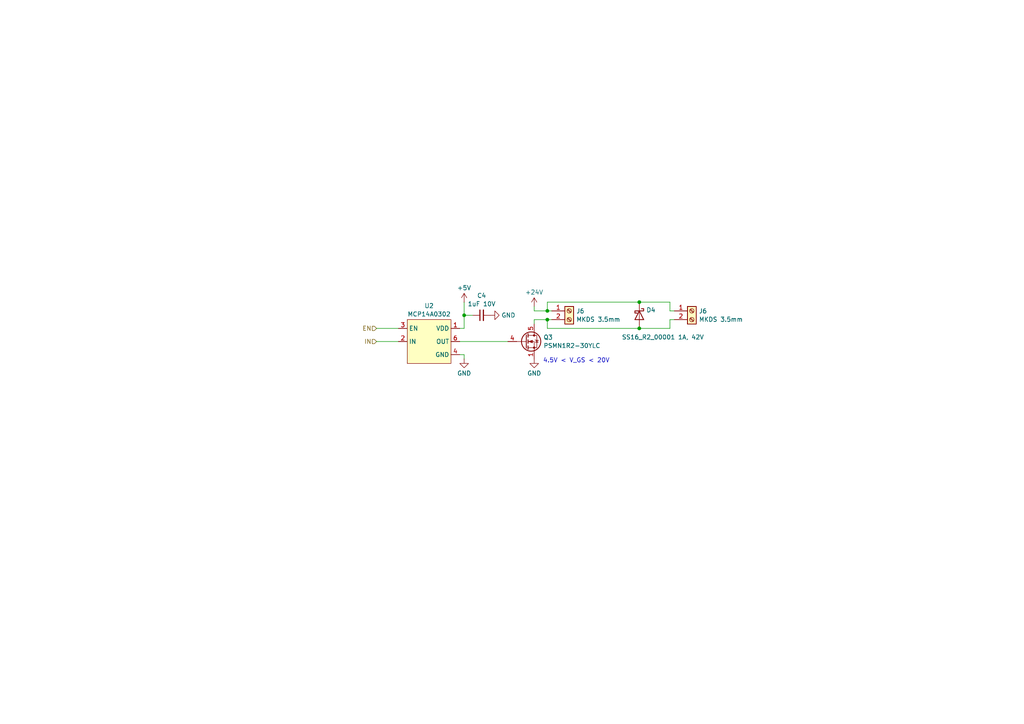
<source format=kicad_sch>
(kicad_sch (version 20231120) (generator "eeschema") (generator_version "8.0")
  (paper "A4")
  (lib_symbols
    (symbol "Connector:Screw_Terminal_01x02" (pin_names (offset 1.016) hide)
      (property "Reference" "J" (at 0 2.54 0))
      (property "Value" "Screw_Terminal_01x02" (at 0 -5.08 0))
      (symbol "Screw_Terminal_01x02_1_1"
        (rectangle (start -1.27 1.27) (end 1.27 -3.81) (stroke (width 0.254)) (fill (type background)))
        (circle (center 0 -2.54) (radius 0.635) (stroke (width 0.1524)))
        (polyline (pts (xy -0.5334 -2.2098) (xy 0.3302 -3.048)) (stroke (width 0.1524)))
        (polyline (pts (xy -0.5334 0.3302) (xy 0.3302 -0.508)) (stroke (width 0.1524)))
        (polyline (pts (xy -0.3556 -2.032) (xy 0.508 -2.8702)) (stroke (width 0.1524)))
        (polyline (pts (xy -0.3556 0.508) (xy 0.508 -0.3302)) (stroke (width 0.1524)))
        (circle (center 0 0) (radius 0.635) (stroke (width 0.1524)))
        (pin passive line (at -5.08 0 0) (length 3.81) (name "Pin_1") (number "1"))
        (pin passive line (at -5.08 -2.54 0) (length 3.81) (name "Pin_2") (number "2"))
      )
    )
    (symbol "Device:C_Small" (pin_numbers hide) (pin_names (offset 0.254) hide)
      (property "Reference" "C" (at 0.254 1.778 0))
      (property "Value" "C_Small" (at 0.254 -2.032 0))
      (symbol "C_Small_0_1"
        (polyline (pts (xy -1.524 -0.508) (xy 1.524 -0.508)) (stroke (width 0.3302)))
        (polyline (pts (xy -1.524 0.508) (xy 1.524 0.508)) (stroke (width 0.3048)))
      )
      (symbol "C_Small_1_1"
        (pin passive line (at 0 2.54 270) (length 2.032) (name "~") (number "1"))
        (pin passive line (at 0 -2.54 90) (length 2.032) (name "~") (number "2"))
      )
    )
    (symbol "Device:D_Schottky" (pin_numbers hide) (pin_names (offset 1.016) hide)
      (property "Reference" "D" (at 0 2.54 0))
      (property "Value" "D_Schottky" (at 0 -2.54 0))
      (symbol "D_Schottky_0_1"
        (polyline (pts (xy 1.27 0) (xy -1.27 0)))
        (polyline (pts (xy 1.27 1.27) (xy 1.27 -1.27) (xy -1.27 0) (xy 1.27 1.27)) (stroke (width 0.254)))
        (polyline (pts (xy -1.905 0.635) (xy -1.905 1.27) (xy -1.27 1.27) (xy -1.27 -1.27) (xy -0.635 -1.27) (xy -0.635 -0.635)) (stroke (width 0.254)))
      )
      (symbol "D_Schottky_1_1"
        (pin passive line (at -3.81 0 0) (length 2.54) (name "K") (number "1"))
        (pin passive line (at 3.81 0 180) (length 2.54) (name "A") (number "2"))
      )
    )
    (symbol "Transistor_FET:PSMN5R2-60YL" (pin_names hide)
      (property "Reference" "Q" (at 5.715 1.905 0))
      (property "Value" "PSMN5R2-60YL" (at 12.7 0 0))
      (symbol "PSMN5R2-60YL_0_1"
        (polyline (pts (xy 0.254 0) (xy -2.54 0)))
        (polyline (pts (xy 0.254 1.905) (xy 0.254 -1.905)) (stroke (width 0.254)))
        (polyline (pts (xy 0.762 -1.27) (xy 0.762 -2.286)) (stroke (width 0.254)))
        (polyline (pts (xy 0.762 0.508) (xy 0.762 -0.508)) (stroke (width 0.254)))
        (polyline (pts (xy 0.762 2.286) (xy 0.762 1.27)) (stroke (width 0.254)))
        (polyline (pts (xy 2.54 2.54) (xy 2.54 1.778)))
        (polyline (pts (xy 2.54 -2.54) (xy 2.54 0) (xy 0.762 0)))
        (polyline (pts (xy 0.762 -1.778) (xy 3.302 -1.778) (xy 3.302 1.778) (xy 0.762 1.778)))
        (polyline (pts (xy 1.016 0) (xy 2.032 0.381) (xy 2.032 -0.381) (xy 1.016 0)) (fill (type outline)))
        (polyline (pts (xy 2.794 0.508) (xy 2.921 0.381) (xy 3.683 0.381) (xy 3.81 0.254)))
        (polyline (pts (xy 3.302 0.381) (xy 2.921 -0.254) (xy 3.683 -0.254) (xy 3.302 0.381)))
        (circle (center 1.651 0) (radius 2.794) (stroke (width 0.254)))
        (circle (center 2.54 -1.778) (radius 0.254) (fill (type outline)))
        (circle (center 2.54 1.778) (radius 0.254) (fill (type outline)))
      )
      (symbol "PSMN5R2-60YL_1_1"
        (pin passive line (at 2.54 -5.08 90) (length 2.54) (name "S") (number "1"))
        (pin passive line (at 2.54 -5.08 90) (length 2.54) hide (name "S") (number "2"))
        (pin passive line (at 2.54 -5.08 90) (length 2.54) hide (name "S") (number "3"))
        (pin passive line (at -5.08 0 0) (length 2.54) (name "G") (number "4"))
        (pin passive line (at 2.54 5.08 270) (length 2.54) (name "D") (number "5"))
      )
    )
    (symbol "power:+24V" (power) (pin_numbers hide) (pin_names (offset 0) hide)
      (property "Value" "+24V" (at 0 3.556 0))
      (symbol "+24V_0_1"
        (polyline (pts (xy -0.762 1.27) (xy 0 2.54)))
        (polyline (pts (xy 0 0) (xy 0 2.54)))
        (polyline (pts (xy 0 2.54) (xy 0.762 1.27)))
      )
      (symbol "+24V_1_1"
        (pin power_in line (at 0 0 90) (length 0) (name "~") (number "1"))
      )
    )
    (symbol "power:+5V" (power) (pin_numbers hide) (pin_names (offset 0) hide)
      (property "Value" "+5V" (at 0 3.556 0))
      (symbol "+5V_0_1"
        (polyline (pts (xy -0.762 1.27) (xy 0 2.54)))
        (polyline (pts (xy 0 0) (xy 0 2.54)))
        (polyline (pts (xy 0 2.54) (xy 0.762 1.27)))
      )
      (symbol "+5V_1_1"
        (pin power_in line (at 0 0 90) (length 0) (name "~") (number "1"))
      )
    )
    (symbol "power:GND" (power) (pin_numbers hide) (pin_names (offset 0) hide)
      (property "Value" "GND" (at 0 -3.81 0))
      (symbol "GND_0_1"
        (polyline (pts (xy 0 0) (xy 0 -1.27) (xy 1.27 -1.27) (xy 0 -2.54) (xy -1.27 -1.27) (xy 0 -1.27)))
      )
      (symbol "GND_1_1"
        (pin power_in line (at 0 0 270) (length 0) (name "~") (number "1"))
      )
    )
    (symbol "wakeuplight:MCP14A0302"
      (property "Reference" "U" (at -5.08 7.62 0))
      (property "Value" "MCP14A0302" (at 0 -7.62 0))
      (symbol "MCP14A0302_1_1"
        (rectangle (start -6.35 6.35) (end 6.35 -6.35) (fill (type background)))
        (pin power_in line (at 8.89 3.81 180) (length 2.54) (name "VDD") (number "1"))
        (pin input line (at -8.89 0 0) (length 2.54) (name "IN") (number "2"))
        (pin input line (at -8.89 3.81 0) (length 2.54) (name "EN") (number "3"))
        (pin power_in line (at 8.89 -3.81 180) (length 2.54) (name "GND") (number "4"))
        (pin passive line (at 8.89 -3.81 180) (length 2.54) hide (name "GND") (number "5"))
        (pin power_out line (at 8.89 0 180) (length 2.54) (name "OUT") (number "6"))
        (pin passive line (at 8.89 0 180) (length 2.54) hide (name "OUT") (number "7"))
        (pin passive line (at 8.89 3.81 180) (length 2.54) hide (name "VDD") (number "8"))
      )
    )
  )
  (junction (at 134.62 91.44))
  (junction (at 185.42 87.63))
  (junction (at 158.75 92.71))
  (junction (at 158.75 90.17))
  (junction (at 185.42 95.25))
  (wire (pts (xy 158.75 92.71) (xy 158.75 95.25)))
  (wire (pts (xy 194.31 90.17) (xy 195.58 90.17)))
  (wire (pts (xy 158.75 90.17) (xy 154.94 90.17)))
  (wire (pts (xy 134.62 91.44) (xy 137.16 91.44)))
  (wire (pts (xy 154.94 92.71) (xy 154.94 93.98)))
  (wire (pts (xy 133.35 95.25) (xy 134.62 95.25)))
  (wire (pts (xy 133.35 102.87) (xy 134.62 102.87)))
  (wire (pts (xy 158.75 90.17) (xy 158.75 87.63)))
  (wire (pts (xy 158.75 92.71) (xy 154.94 92.71)))
  (wire (pts (xy 109.22 99.06) (xy 115.57 99.06)))
  (wire (pts (xy 160.02 92.71) (xy 158.75 92.71)))
  (wire (pts (xy 158.75 87.63) (xy 185.42 87.63)))
  (wire (pts (xy 185.42 87.63) (xy 194.31 87.63)))
  (wire (pts (xy 194.31 95.25) (xy 194.31 92.71)))
  (wire (pts (xy 134.62 87.63) (xy 134.62 91.44)))
  (wire (pts (xy 194.31 87.63) (xy 194.31 90.17)))
  (wire (pts (xy 154.94 90.17) (xy 154.94 88.9)))
  (wire (pts (xy 158.75 95.25) (xy 185.42 95.25)))
  (wire (pts (xy 134.62 91.44) (xy 134.62 95.25)))
  (wire (pts (xy 109.22 95.25) (xy 115.57 95.25)))
  (wire (pts (xy 185.42 95.25) (xy 194.31 95.25)))
  (wire (pts (xy 194.31 92.71) (xy 195.58 92.71)))
  (wire (pts (xy 160.02 90.17) (xy 158.75 90.17)))
  (wire (pts (xy 134.62 102.87) (xy 134.62 104.14)))
  (wire (pts (xy 133.35 99.06) (xy 147.32 99.06)))
  (text "4.5V < V_GS < 20V" (at 157.48 105.41 0) (effects (font (size 1.27 1.27)) (justify left bottom)))
  (hierarchical_label "IN" (shape input) (at 109.22 99.06 180))
  (hierarchical_label "EN" (shape input) (at 109.22 95.25 180))
  (symbol (lib_id "power:GND") (at 142.24 91.44 90) (unit 1)
    (property "Reference" "#PWR026" (effects (hide yes)))
    (property "Value" "GND" (at 145.415 91.44 90) (effects (justify right)))
    (instances (project "wakeuplight" (path "" (reference "#PWR031") (unit 1)) (path "" (reference "#PWR026") (unit 1))))
  )
  (symbol (lib_id "wakeuplight:MCP14A0302") (at 124.46 99.06 0) (unit 1)
    (property "Reference" "U1" (at 124.46 88.6927 0))
    (property "Value" "MCP14A0302" (at 124.46 91.1169 0))
    (property "Footprint" "Package_SO:MSOP-8_3x3mm_P0.65mm" (effects (hide yes)))
    (property "Datasheet" "https://ww1.microchip.com/downloads/aemDocuments/documents/OTH/ProductDocuments/DataSheets/20005807A.pdf" (effects (hide yes)))
    (property "OC_MOUSER" "579-MCP14A0302T-E/MS" (effects (hide yes)))
    (instances (project "wakeuplight" (path "" (reference "U2") (unit 1)) (path "" (reference "U1") (unit 1))))
  )
  (symbol (lib_id "Device:C_Small") (at 139.7 91.44 90) (unit 1)
    (property "Reference" "C3" (at 139.7063 85.7336 90))
    (property "Value" "1uF 10V" (at 139.7063 88.1578 90))
    (property "Footprint" "Capacitor_SMD:C_0402_1005Metric" (effects (hide yes)))
    (instances (project "wakeuplight" (path "" (reference "C4") (unit 1)) (path "" (reference "C3") (unit 1))))
  )
  (symbol (lib_id "power:+5V") (at 134.62 87.63 0) (unit 1)
    (property "Reference" "#PWR024" (effects (hide yes)))
    (property "Value" "+5V" (at 134.62 83.4969 0))
    (instances (project "wakeuplight" (path "" (reference "#PWR029") (unit 1)) (path "" (reference "#PWR024") (unit 1))))
  )
  (symbol (lib_id "power:GND") (at 134.62 104.14 0) (unit 1)
    (property "Reference" "#PWR025" (effects (hide yes)))
    (property "Value" "GND" (at 134.62 108.2731 0))
    (instances (project "wakeuplight" (path "" (reference "#PWR030") (unit 1)) (path "" (reference "#PWR025") (unit 1))))
  )
  (symbol (lib_id "Connector:Screw_Terminal_01x02") (at 200.66 90.17 0) (unit 1)
    (property "Reference" "J6" (at 202.692 90.2279 0) (effects (justify left)))
    (property "Value" "MKDS 3.5mm" (at 202.692 92.6521 0) (effects (justify left)))
    (property "Footprint" "TerminalBlock_Phoenix:TerminalBlock_Phoenix_PT-1,5-2-3.5-H_1x02_P3.50mm_Horizontal" (effects (hide yes)))
    (property "OC_MOUSER" "651-1770885" (effects (hide yes)))
    (instances (project "raspberry_adc_NECST" (path "" (reference "J6") (unit 1))) (project "wakeuplight" (path "" (reference "J9") (unit 1)) (path "" (reference "J7") (unit 1))))
  )
  (symbol (lib_id "power:GND") (at 154.94 104.14 0) (unit 1)
    (property "Reference" "#PWR028" (effects (hide yes)))
    (property "Value" "GND" (at 154.94 108.2731 0))
    (instances (project "wakeuplight" (path "" (reference "#PWR033") (unit 1)) (path "" (reference "#PWR028") (unit 1))))
  )
  (symbol (lib_id "power:+24V") (at 154.94 88.9 0) (unit 1)
    (property "Reference" "#PWR027" (effects (hide yes)))
    (property "Value" "+24V" (at 154.94 84.7669 0))
    (instances (project "wakeuplight" (path "" (reference "#PWR032") (unit 1)) (path "" (reference "#PWR027") (unit 1))))
  )
  (symbol (lib_id "Device:D_Schottky") (at 185.42 91.44 270) (unit 1)
    (property "Reference" "D3" (at 187.452 89.9104 90) (effects (justify left)))
    (property "Value" "SS16_R2_00001 1A, 42V" (at 180.34 97.79 90) (effects (justify left)))
    (property "Footprint" "Diode_SMD:D_SMA" (effects (hide yes)))
    (property "OC_MOUSER" "241-SS16_R2_00001" (effects (hide yes)))
    (instances (project "wakeuplight" (path "" (reference "D4") (unit 1)) (path "" (reference "D3") (unit 1))))
  )
  (symbol (lib_id "Transistor_FET:PSMN5R2-60YL") (at 152.4 99.06 0) (unit 1)
    (property "Reference" "Q2" (at 157.607 97.8479 0) (effects (justify left)))
    (property "Value" "PSMN1R2-30YLC" (at 157.607 100.2721 0) (effects (justify left)))
    (property "Footprint" "Package_TO_SOT_SMD:LFPAK56" (effects (hide yes)))
    (property "Datasheet" "https://assets.nexperia.com/documents/data-sheet/PSMN1R2-30YLC.pdf" (effects (hide yes)))
    (instances (project "wakeuplight" (path "" (reference "Q3") (unit 1)) (path "" (reference "Q2") (unit 1))))
  )
  (symbol (lib_id "Connector:Screw_Terminal_01x02") (at 165.1 90.17 0) (unit 1)
    (property "Reference" "J6" (at 167.132 90.2279 0) (effects (justify left)))
    (property "Value" "MKDS 3.5mm" (at 167.132 92.6521 0) (effects (justify left)))
    (property "Footprint" "TerminalBlock_Phoenix:TerminalBlock_Phoenix_PT-1,5-2-3.5-H_1x02_P3.50mm_Horizontal" (effects (hide yes)))
    (property "OC_MOUSER" "651-1770885" (effects (hide yes)))
    (instances (project "raspberry_adc_NECST" (path "" (reference "J6") (unit 1))) (project "wakeuplight" (path "" (reference "J8") (unit 1)) (path "" (reference "J6") (unit 1))))
  )
)
</source>
